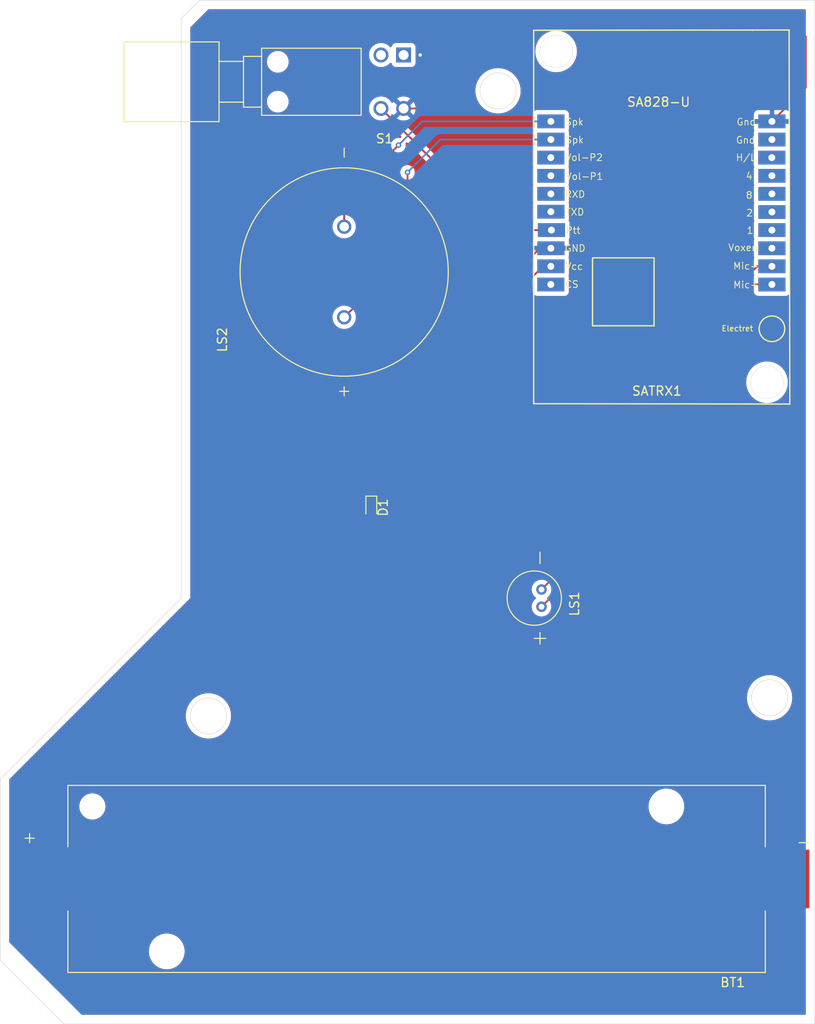
<source format=kicad_pcb>
(kicad_pcb (version 20241229) (generator "pcbnew") (generator_version "9.0")
  (layers (0 "F.Cu" signal) (2 "B.Cu" signal) (13 "F.Paste" user) (15 "B.Paste" user) (5 "F.SilkS" user "F.Silkscreen") (7 "B.SilkS" user "B.Silkscreen") (1 "F.Mask" user) (3 "B.Mask" user) (25 "Edge.Cuts" user))
  (net 0 "")
  (net 1 "Net-(D1-A)")
  (net 2 "Net-(D1-K)")
  (net 3 "GND")
  (net 4 "Net-(SATRX1-Mic+)")
  (net 5 "Net-(SATRX1-Mic-)")
  (net 6 "Net-(SATRX1-Spk2)")
  (net 7 "Net-(SATRX1-Spk1)")
  (net 8 "Net-(SATRX1-Ptt)")
  (footprint "Diode_SMD:D_SOD-523" (layer "F.Cu") (at 136 108 -90)
    (property "Reference" "D1" (at 0 -1.3 90) (layer "F.SilkS"))
    (property "Value" "1N4148WT")
    (fp_line (start 0.7 0.6) (end -1.26 0.6) (stroke (width 0.12)) (layer "F.SilkS"))
    (fp_line (start -1.26 -0.6) (end -1.26 0.6) (stroke (width 0.12)) (layer "F.SilkS"))
    (fp_line (start 0.7 -0.6) (end -1.26 -0.6) (stroke (width 0.12)) (layer "F.SilkS"))
    (pad "1" smd roundrect (at -0.7 0 90) (size 0.6 0.7) (layers "F.Cu" "F.Mask" "F.Paste") (net 2 "Net-(D1-K)"))
    (pad "2" smd roundrect (at 0.7 0 90) (size 0.6 0.7) (layers "F.Cu" "F.Mask" "F.Paste") (net 1 "Net-(D1-A)"))
  )
  (footprint "POM-3542P-R (1):MIC_POM-3542P-R" (layer "F.Cu") (at 154 118 -90)
    (property "Reference" "LS1" (at 0.635 -4.445 90) (layer "F.SilkS"))
    (property "Value" "POM-3542P-R")
    (fp_line (start -5.08 -0.635) (end -3.81 -0.635) (stroke (width 0.127)) (layer "F.SilkS"))
    (fp_line (start 3.81 -0.635) (end 5.08 -0.635) (stroke (width 0.127)) (layer "F.SilkS"))
    (fp_line (start 4.445 -1.27) (end 4.445 0) (stroke (width 0.127)) (layer "F.SilkS"))
    (fp_circle (center 0 0) (end 3 0) (stroke (width 0.127)) (fill no) (layer "F.SilkS"))
    (pad "N" thru_hole circle (at -0.95 -0.8 270) (size 1.158 1.158) (drill 0.65) (layers "*.Cu" "*.Mask") (net 5 "Net-(SATRX1-Mic-)"))
    (pad "P" thru_hole circle (at 0.95 -0.8 270) (size 1.158 1.158) (drill 0.65) (layers "*.Cu" "*.Mask") (net 4 "Net-(SATRX1-Mic+)"))
  )
  (footprint "Suporte_bateria:BAT_1042" (layer "F.Cu") (at 141 149 180)
    (property "Reference" "BT1" (at -34.925 -11.43 0) (layer "F.SilkS"))
    (property "Value" "1042")
    (fp_line (start 42.75 4) (end 42.75 5) (stroke (width 0.127)) (layer "F.SilkS"))
    (fp_line (start 42.25 4.5) (end 43.25 4.5) (stroke (width 0.127)) (layer "F.SilkS"))
    (fp_line (start 38.525 10.325) (end -38.525 10.325) (stroke (width 0.127)) (layer "F.SilkS"))
    (fp_line (start 38.525 3.55) (end 38.525 10.325) (stroke (width 0.127)) (layer "F.SilkS"))
    (fp_line (start 38.525 -10.325) (end 38.525 -3.55) (stroke (width 0.127)) (layer "F.SilkS"))
    (fp_line (start -38.525 10.325) (end -38.525 3.55) (stroke (width 0.127)) (layer "F.SilkS"))
    (fp_line (start -38.525 -3.55) (end -38.525 -10.325) (stroke (width 0.127)) (layer "F.SilkS"))
    (fp_line (start -38.525 -10.325) (end 38.525 -10.325) (stroke (width 0.127)) (layer "F.SilkS"))
    (fp_line (start -43.25 4) (end -42.25 4) (stroke (width 0.127)) (layer "F.SilkS"))
    (pad "" np_thru_hole circle (at -27.6 8 180) (size 3.45 3.45) (drill 3.45) (layers "*.Cu" "*.Mask"))
    (pad "" np_thru_hole circle (at 27.6 -8 180) (size 3.45 3.45) (drill 3.45) (layers "*.Cu" "*.Mask"))
    (pad "" np_thru_hole circle (at 35.82 8 180) (size 2.39 2.39) (drill 2.39) (layers "*.Cu" "*.Mask"))
    (pad "N" smd rect (at -39.67 0 180) (size 7.46 6.47) (layers "F.Cu" "F.Mask" "F.Paste") (net 1 "Net-(D1-A)"))
    (pad "P" smd rect (at 39.67 0 180) (size 7.46 6.47) (layers "F.Cu" "F.Mask" "F.Paste") (net 3 "GND"))
  )
  (footprint "PB400OAQR1BLK (1):SW_PB400OAQR1BLK" (layer "F.Cu") (at 138.3175 61 180)
    (property "Reference" "S1" (at 0.85 -6.285 0) (layer "F.SilkS"))
    (property "Value" "PB400OAQR1BLK")
    (fp_line (start 29.64 4.4) (end 19.14 4.4) (stroke (width 0.127)) (layer "F.SilkS"))
    (fp_line (start 29.64 -4.4) (end 29.64 4.4) (stroke (width 0.127)) (layer "F.SilkS"))
    (fp_line (start 19.14 4.4) (end 19.14 2.25) (stroke (width 0.127)) (layer "F.SilkS"))
    (fp_line (start 19.14 2.25) (end 16.44 2.25) (stroke (width 0.127)) (layer "F.SilkS"))
    (fp_line (start 19.14 -2.25) (end 19.14 2.25) (stroke (width 0.127)) (layer "F.SilkS"))
    (fp_line (start 19.14 -2.25) (end 19.14 -4.4) (stroke (width 0.127)) (layer "F.SilkS"))
    (fp_line (start 19.14 -4.4) (end 29.64 -4.4) (stroke (width 0.127)) (layer "F.SilkS"))
    (fp_line (start 16.44 2.8) (end 14.44 2.8) (stroke (width 0.127)) (layer "F.SilkS"))
    (fp_line (start 16.44 2.25) (end 16.44 2.8) (stroke (width 0.127)) (layer "F.SilkS"))
    (fp_line (start 16.44 -2.25) (end 19.14 -2.25) (stroke (width 0.127)) (layer "F.SilkS"))
    (fp_line (start 16.44 -2.25) (end 16.44 2.25) (stroke (width 0.127)) (layer "F.SilkS"))
    (fp_line (start 16.44 -2.8) (end 16.44 -2.25) (stroke (width 0.127)) (layer "F.SilkS"))
    (fp_line (start 14.44 3.7) (end 14.44 2.8) (stroke (width 0.127)) (layer "F.SilkS"))
    (fp_line (start 14.44 2.8) (end 14.44 -2.8) (stroke (width 0.127)) (layer "F.SilkS"))
    (fp_line (start 14.44 -2.8) (end 16.44 -2.8) (stroke (width 0.127)) (layer "F.SilkS"))
    (fp_line (start 14.44 -2.8) (end 14.44 -3.7) (stroke (width 0.127)) (layer "F.SilkS"))
    (fp_line (start 14.44 -3.7) (end 3.44 -3.7) (stroke (width 0.127)) (layer "F.SilkS"))
    (fp_line (start 3.44 3.7) (end 14.44 3.7) (stroke (width 0.127)) (layer "F.SilkS"))
    (fp_line (start 3.44 -3.7) (end 3.44 3.7) (stroke (width 0.127)) (layer "F.SilkS"))
    (fp_circle (center -3.08 2.953) (end -2.98 2.953) (stroke (width 0.2)) (fill no) (layer "F.SilkS"))
    (pad "" np_thru_hole circle (at 12.65 -2.2 180) (size 1.9 1.9) (drill 1.9) (layers "*.Cu" "*.Mask"))
    (pad "" np_thru_hole circle (at 12.65 2.2 180) (size 1.9 1.9) (drill 1.9) (layers "*.Cu" "*.Mask"))
    (pad "1" thru_hole rect (at -1.25 2.95 180) (size 1.65 1.65) (drill 1.1) (layers "*.Cu" "*.Mask"))
    (pad "2" thru_hole circle (at 1.25 2.95 180) (size 1.65 1.65) (drill 1.1) (layers "*.Cu" "*.Mask"))
    (pad "3" thru_hole circle (at -1.25 -2.95 180) (size 1.65 1.65) (drill 1.1) (layers "*.Cu" "*.Mask") (net 3 "GND"))
    (pad "4" thru_hole circle (at 1.25 -2.95 180) (size 1.65 1.65) (drill 1.1) (layers "*.Cu" "*.Mask") (net 8 "Net-(SATRX1-Ptt)"))
  )
  (footprint "Alto-falante:SPKR_KSSG2308" (layer "F.Cu") (at 133 82 90)
    (property "Reference" "LS2" (at -7.485 -13.465 90) (layer "F.SilkS"))
    (property "Value" "KSSG2308")
    (fp_line (start -13.17 -0.5) (end -13.17 0.5) (stroke (width 0.127)) (layer "F.SilkS"))
    (fp_line (start 12.67 0) (end 13.67 0) (stroke (width 0.127)) (layer "F.SilkS"))
    (fp_line (start -13.67 0) (end -12.67 0) (stroke (width 0.127)) (layer "F.SilkS"))
    (fp_circle (center 0 0) (end 11.5 0) (stroke (width 0.127)) (fill no) (layer "F.SilkS"))
    (pad "N" thru_hole circle (at 5 0 90) (size 1.575 1.575) (drill 1.05) (layers "*.Cu" "*.Mask") (net 7 "Net-(SATRX1-Spk1)"))
    (pad "P" thru_hole circle (at -5 0 90) (size 1.575 1.575) (drill 1.05) (layers "*.Cu" "*.Mask") (net 6 "Net-(SATRX1-Spk2)"))
  )
  (footprint "sa828u_kicad-master:SA828U" (layer "F.Cu") (at 153.9375 96.5375)
    (property "Reference" "SATRX1" (at 13.61 -1.4 0) (layer "F.SilkS"))
    (property "Value" "SA828U")
    (fp_line (start 0 -41.22) (end 28.22 -41.25) (stroke (width 0.15)) (layer "F.SilkS"))
    (fp_line (start 0 -13.16) (end 0.03 -13.16) (stroke (width 0.15)) (layer "F.SilkS"))
    (fp_line (start 0 0) (end 0 -41.22) (stroke (width 0.15)) (layer "F.SilkS"))
    (fp_line (start 6.5 -16) (end 6.5 -8.6) (stroke (width 0.15)) (layer "F.SilkS"))
    (fp_line (start 6.5 -8.6) (end 13.3 -8.6) (stroke (width 0.15)) (layer "F.SilkS"))
    (fp_line (start 13.3 -16.1) (end 6.5 -16.1) (stroke (width 0.15)) (layer "F.SilkS"))
    (fp_line (start 13.3 -8.6) (end 13.3 -16.1) (stroke (width 0.15)) (layer "F.SilkS"))
    (fp_line (start 24.22 -41.25) (end 24.22 -41.21) (stroke (width 0.15)) (layer "F.SilkS"))
    (fp_line (start 28.22 -41.25) (end 28.3 0.04) (stroke (width 0.15)) (layer "F.SilkS"))
    (fp_line (start 28.3 0.04) (end 0 0) (stroke (width 0.15)) (layer "F.SilkS"))
    (fp_circle (center 2.48 -38.89) (end 3.57 -38.95) (stroke (width 0.15)) (fill no) (layer "F.SilkS"))
    (fp_circle (center 25.78 -2.35) (end 26.55 -3.25) (stroke (width 0.15)) (fill no) (layer "F.SilkS"))
    (fp_circle (center 26.32 -8.27) (end 27.37 -9.22) (stroke (width 0.15)) (fill no) (layer "F.SilkS"))
    (fp_text user "1" (at 23.9 -19.13 0) (layer "F.SilkS") (effects (font (size 0.75 0.75) (thickness 0.1))))
    (fp_text user "Mic+" (at 23.45 -13.12 0) (layer "F.SilkS") (effects (font (size 0.75 0.75) (thickness 0.1))))
    (fp_text user "CS" (at 4.22 -13.17 0) (layer "F.SilkS") (effects (font (size 0.75 0.75) (thickness 0.1))))
    (fp_text user "Spk" (at 4.52 -29.12 0) (layer "F.SilkS") (effects (font (size 0.75 0.75) (thickness 0.1))))
    (fp_text user "Vol-P1" (at 5.61 -25.09 0) (layer "F.SilkS") (effects (font (size 0.75 0.75) (thickness 0.1))))
    (fp_text user "Spk" (at 4.5 -31.1 0) (layer "F.SilkS") (effects (font (size 0.75 0.75) (thickness 0.1))))
    (fp_text user "Vol-P2" (at 5.57 -27.18 0) (layer "F.SilkS") (effects (font (size 0.75 0.75) (thickness 0.1))))
    (fp_text user "Gnd" (at 23.41 -29.1 0) (layer "F.SilkS") (effects (font (size 0.75 0.75) (thickness 0.1))))
    (fp_text user "Voxen" (at 23.13 -17.23 0) (layer "F.SilkS") (effects (font (size 0.75 0.75) (thickness 0.1))))
    (fp_text user "Ptt" (at 4.36 -19.13 0) (layer "F.SilkS") (effects (font (size 0.75 0.75) (thickness 0.1))))
    (fp_text user "H/L" (at 23.44 -27.17 0) (layer "F.SilkS") (effects (font (size 0.75 0.75) (thickness 0.1))))
    (fp_text user "Gnd" (at 23.48 -31.1 0) (layer "F.SilkS") (effects (font (size 0.75 0.75) (thickness 0.1))))
    (fp_text user "8" (at 23.81 -23.01 0) (layer "F.SilkS") (effects (font (size 0.75 0.75) (thickness 0.1))))
    (fp_text user "TXD" (at 4.55 -21.15 0) (layer "F.SilkS") (effects (font (size 0.75 0.75) (thickness 0.1))))
    (fp_text user "4" (at 23.81 -25.11 0) (layer "F.SilkS") (effects (font (size 0.75 0.75) (thickness 0.1))))
    (fp_text user "Electret" (at 22.5 -8.3 0) (layer "F.SilkS") (effects (font (size 0.6 0.6) (thickness 0.1))))
    (fp_text user "Vcc" (at 4.48 -15.16 0) (layer "F.SilkS") (effects (font (size 0.75 0.75) (thickness 0.1))))
    (fp_text user "Mic-" (at 23.44 -15.19 0) (layer "F.SilkS") (effects (font (size 0.75 0.75) (thickness 0.1))))
    (fp_text user "GND" (at 4.58 -17.15 0) (layer "F.SilkS") (effects (font (size 0.75 0.75) (thickness 0.1))))
    (fp_text user "2" (at 23.85 -21.05 0) (layer "F.SilkS") (effects (font (size 0.75 0.75) (thickness 0.1))))
    (fp_text user "SA828-U" (at 13.8 -33.3 0) (layer "F.SilkS"))
    (fp_text user "RXD" (at 4.57 -23.11 0) (layer "F.SilkS") (effects (font (size 0.75 0.75) (thickness 0.1))))
    (pad "" thru_hole circle (at 2.48 -38.89) (size 3.6 3.6) (drill 3.6) (layers "*.Cu" "*.Mask"))
    (pad "" thru_hole circle (at 25.78 -2.36) (size 3.6 3.6) (drill 3.6) (layers "*.Cu" "*.Mask"))
    (pad "1" thru_hole rect (at 26.32 -13.16) (size 3 1.52) (drill 0.762) (layers "*.Cu" "*.Mask") (net 4 "Net-(SATRX1-Mic+)"))
    (pad "2" thru_hole rect (at 26.32 -15.16) (size 3 1.52) (drill 0.762) (layers "*.Cu" "*.Mask") (net 5 "Net-(SATRX1-Mic-)"))
    (pad "3" thru_hole rect (at 26.32 -17.16) (size 3 1.52) (drill 0.762) (layers "*.Cu" "*.Mask"))
    (pad "4" thru_hole rect (at 26.32 -19.16) (size 3 1.52) (drill 0.762) (layers "*.Cu" "*.Mask"))
    (pad "5" thru_hole rect (at 26.32 -21.16) (size 3 1.52) (drill 0.762) (layers "*.Cu" "*.Mask"))
    (pad "6" thru_hole rect (at 26.32 -23.16) (size 3 1.52) (drill 0.762) (layers "*.Cu" "*.Mask"))
    (pad "7" thru_hole rect (at 26.32 -25.16) (size 3 1.52) (drill 0.762) (layers "*.Cu" "*.Mask"))
    (pad "8" thru_hole rect (at 26.31 -27.16) (size 3 1.52) (drill 0.762) (layers "*.Cu" "*.Mask"))
    (pad "9" thru_hole rect (at 26.32 -29.16) (size 3 1.52) (drill 0.762) (layers "*.Cu" "*.Mask"))
    (pad "10" thru_hole rect (at 26.32 -31.16) (size 3 1.52) (drill 0.762) (layers "*.Cu" "*.Mask") (net 3 "GND"))
    (pad "11" smd rect (at 24.2 -39.17) (size 1.5 4) (layers "F.Cu" "F.Mask" "F.Paste"))
    (pad "12" smd rect (at 21.71 -39.17) (size 1.5 4) (layers "F.Cu" "F.Mask" "F.Paste"))
    (pad "13" smd rect (at 26.74 -39.17) (size 1.5 4) (layers "F.Cu" "F.Mask" "F.Paste"))
    (pad "14" thru_hole rect (at 1.9 -31.16) (size 3 1.52) (drill 0.762) (layers "*.Cu" "*.Mask") (net 7 "Net-(SATRX1-Spk1)"))
    (pad "15" thru_hole rect (at 1.9 -29.16) (size 3 1.52) (drill 0.762) (layers "*.Cu" "*.Mask") (net 6 "Net-(SATRX1-Spk2)"))
    (pad "16" thru_hole rect (at 1.89 -27.16) (size 3 1.52) (drill 0.762) (layers "*.Cu" "*.Mask"))
    (pad "17" thru_hole rect (at 1.9 -25.16) (size 3 1.52) (drill 0.762) (layers "*.Cu" "*.Mask"))
    (pad "18" thru_hole rect (at 1.9 -23.16) (size 3 1.52) (drill 0.762) (layers "*.Cu" "*.Mask"))
    (pad "19" thru_hole rect (at 1.9 -21.19) (size 3 1.52) (drill 0.762) (layers "*.Cu" "*.Mask"))
    (pad "20" thru_hole rect (at 1.96 -19.16) (size 3 1.52) (drill 0.762) (layers "*.Cu" "*.Mask") (net 8 "Net-(SATRX1-Ptt)"))
    (pad "21" thru_hole rect (at 1.9 -17.16) (size 3 1.52) (drill 0.762) (layers "*.Cu" "*.Mask") (net 3 "GND"))
    (pad "22" thru_hole rect (at 1.9 -15.16) (size 3 1.52) (drill 0.762) (layers "*.Cu" "*.Mask") (net 2 "Net-(D1-K)"))
    (pad "23" thru_hole rect (at 1.89 -13.16) (size 3 1.52) (drill 0.762) (layers "*.Cu" "*.Mask"))
  )
  (gr_circle (center 118 131) (end 118 129) (stroke (width 0.05)) (fill no) (layer "Edge.Cuts"))
  (gr_circle (center 150 62) (end 150 64) (stroke (width 0.05)) (fill no) (layer "Edge.Cuts"))
  (gr_poly (pts (xy 185 52) (xy 185 165) (xy 102 165) (xy 95 158) (xy 95 138) (xy 115 118) (xy 115 54) (xy 117 52)) (stroke (width 0.05)) (fill no) (layer "Edge.Cuts"))
  (gr_circle (center 180 129) (end 180 131) (stroke (width 0.05)) (fill no) (layer "Edge.Cuts"))
  (segment (start 176 144.33) (end 176 136) (width 0.2) (layer "F.Cu") (net 1))
  (segment (start 151 124) (end 136 108.999999) (width 0.2) (layer "F.Cu") (net 1))
  (segment (start 136 108.999999) (end 136 108.7) (width 0.2) (layer "F.Cu") (net 1))
  (segment (start 140.37 108.7) (end 136 108.7) (width 0.2) (layer "F.Cu") (net 1))
  (segment (start 164 124) (end 151 124) (width 0.2) (layer "F.Cu") (net 1))
  (segment (start 176 136) (end 164 124) (width 0.2) (layer "F.Cu") (net 1))
  (segment (start 180.67 149) (end 176 144.33) (width 0.2) (layer "F.Cu") (net 1))
  (segment (start 154.9655 81.3775) (end 136 100.343) (width 0.2) (layer "F.Cu") (net 2))
  (segment (start 155.8375 81.3775) (end 154.9655 81.3775) (width 0.2) (layer "F.Cu") (net 2))
  (segment (start 136 100.343) (end 136 107.3) (width 0.2) (layer "F.Cu") (net 2))
  (segment (start 155.8375 79.3775) (end 159.6225 79.3775) (width 0.2) (layer "F.Cu") (net 3))
  (segment (start 132.12 103.88) (end 101.33 134.67) (width 0.2) (layer "F.Cu") (net 3))
  (segment (start 173.6225 65.3775) (end 180.2575 65.3775) (width 0.2) (layer "F.Cu") (net 3))
  (segment (start 153 54) (end 182 54) (width 0.2) (layer "F.Cu") (net 3))
  (segment (start 184 61.635) (end 180.2575 65.3775) (width 0.2) (layer "F.Cu") (net 3))
  (segment (start 182 54) (end 184 56) (width 0.2) (layer "F.Cu") (net 3))
  (segment (start 159.6225 79.3775) (end 173.6225 65.3775) (width 0.2) (layer "F.Cu") (net 3))
  (segment (start 143.05 63.95) (end 153 54) (width 0.2) (layer "F.Cu") (net 3))
  (segment (start 101.33 134.67) (end 101.33 149) (width 0.2) (layer "F.Cu") (net 3))
  (segment (start 132.12 101.88) (end 132.12 103.88) (width 0.2) (layer "F.Cu") (net 3))
  (segment (start 155.8375 79.3775) (end 154.6225 79.3775) (width 0.2) (layer "F.Cu") (net 3))
  (segment (start 184 56) (end 184 61.635) (width 0.2) (layer "F.Cu") (net 3))
  (segment (start 154.6225 79.3775) (end 132.12 101.88) (width 0.2) (layer "F.Cu") (net 3))
  (segment (start 139.5675 63.95) (end 143.05 63.95) (width 0.2) (layer "F.Cu") (net 3))
  (segment (start 154.8 118.95) (end 157 116.75) (width 0.2) (layer "F.Cu") (net 4))
  (segment (start 157 104) (end 177.6225 83.3775) (width 0.2) (layer "F.Cu") (net 4))
  (segment (start 157 116.75) (end 157 104) (width 0.2) (layer "F.Cu") (net 4))
  (segment (start 177.6225 83.3775) (end 180.2575 83.3775) (width 0.2) (layer "F.Cu") (net 4))
  (segment (start 178.6225 81.3775) (end 180.2575 81.3775) (width 0.2) (layer "F.Cu") (net 5))
  (segment (start 154.8 117.05) (end 156 115.85) (width 0.2) (layer "F.Cu") (net 5))
  (segment (start 156 104) (end 178.6225 81.3775) (width 0.2) (layer "F.Cu") (net 5))
  (segment (start 156 115.85) (end 156 104) (width 0.2) (layer "F.Cu") (net 5))
  (segment (start 140 80) (end 140 71) (width 0.2) (layer "F.Cu") (net 6))
  (segment (start 133 87) (end 140 80) (width 0.2) (layer "F.Cu") (net 6))
  (via (at 140 71) (size 0.6) (drill 0.3) (layers "F.Cu" "B.Cu") (net 6))
  (segment (start 140 71) (end 143.6225 67.3775) (width 0.2) (layer "B.Cu") (net 6))
  (segment (start 143.6225 67.3775) (end 155.8375 67.3775) (width 0.2) (layer "B.Cu") (net 6))
  (segment (start 133 74) (end 139 68) (width 0.2) (layer "F.Cu") (net 7))
  (segment (start 133 77) (end 133 74) (width 0.2) (layer "F.Cu") (net 7))
  (via (at 139 68) (size 0.6) (drill 0.3) (layers "F.Cu" "B.Cu") (net 7))
  (segment (start 139 68) (end 141.6225 65.3775) (width 0.2) (layer "B.Cu") (net 7))
  (segment (start 141.6225 65.3775) (end 155.8375 65.3775) (width 0.2) (layer "B.Cu") (net 7))
  (segment (start 150.495 77.3775) (end 155.8975 77.3775) (width 0.2) (layer "F.Cu") (net 8))
  (segment (start 137.0675 63.95) (end 150.495 77.3775) (width 0.2) (layer "F.Cu") (net 8))
  (zone (net 3) (net_name "GND") (layers "F.Cu" "B.Cu") (name "ground") (connect_pads (clearance 0.5)) (min_thickness 0.25) (fill yes (thermal_gap 0.5) (thermal_bridge_width 0.5))
    (polygon (pts (xy 184 164) (xy 184 53) (xy 118 53) (xy 116 55) (xy 116 118) (xy 96 138) (xy 96 156) (xy 104 164)))
  )
)
</source>
